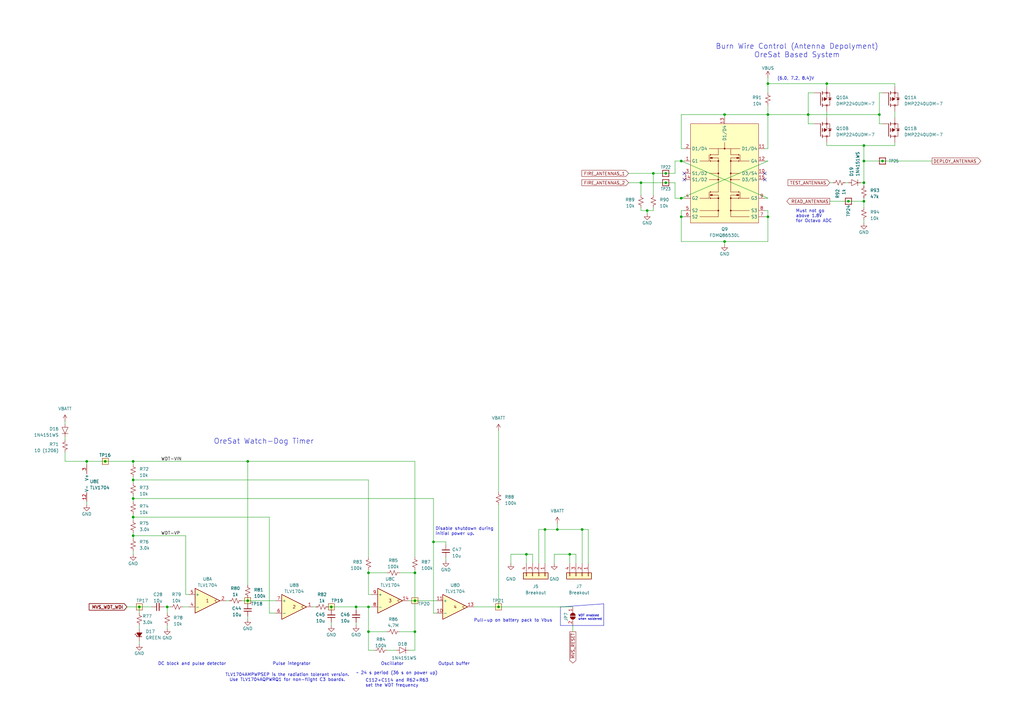
<source format=kicad_sch>
(kicad_sch (version 20231120) (generator "eeschema") (generator_version "8.0")
  (paper "A3")
  (junction (at 43.18 189.23))
  (junction (at 314.96 88.9))
  (junction (at 347.98 82.55))
  (junction (at 273.05 71.12))
  (junction (at 135.89 248.92))
  (junction (at 267.97 71.12))
  (junction (at 223.52 217.17))
  (junction (at 354.33 82.55))
  (junction (at 170.18 259.08))
  (junction (at 360.68 46.99))
  (junction (at 314.96 34.29))
  (junction (at 233.68 227.33))
  (junction (at 262.89 74.93))
  (junction (at 354.33 66.04))
  (junction (at 151.13 248.92))
  (junction (at 170.18 234.95))
  (junction (at 54.61 212.09))
  (junction (at 170.18 246.38))
  (junction (at 177.8 222.25))
  (junction (at 101.6 246.38))
  (junction (at 238.76 217.17))
  (junction (at 228.6 217.17))
  (junction (at 297.18 99.06))
  (junction (at 35.56 189.23))
  (junction (at 339.09 34.29))
  (junction (at 54.61 196.85))
  (junction (at 54.61 219.71))
  (junction (at 273.05 74.93))
  (junction (at 279.4 66.04))
  (junction (at 68.58 248.92))
  (junction (at 146.05 248.92))
  (junction (at 361.95 66.04))
  (junction (at 331.47 46.99))
  (junction (at 279.4 88.9))
  (junction (at 57.15 248.92))
  (junction (at 314.96 46.99))
  (junction (at 54.61 204.47))
  (junction (at 297.18 46.99))
  (junction (at 279.4 81.28))
  (junction (at 215.9 227.33))
  (junction (at 54.61 189.23))
  (junction (at 354.33 59.69))
  (junction (at 204.47 248.92))
  (junction (at 354.33 74.93))
  (junction (at 151.13 259.08))
  (junction (at 265.43 86.36))
  (junction (at 101.6 189.23))
  (junction (at 151.13 234.95))
  (no_connect (at 313.69 71.12))
  (no_connect (at 280.67 71.12))
  (no_connect (at 313.69 73.66))
  (no_connect (at 280.67 73.66))
  (wire (pts (xy 35.56 207.01) (xy 35.56 205.74)))
  (wire (pts (xy 54.61 219.71) (xy 54.61 220.98)))
  (wire (pts (xy 170.18 233.68) (xy 170.18 234.95)))
  (wire (pts (xy 267.97 71.12) (xy 273.05 71.12)))
  (wire (pts (xy 354.33 91.44) (xy 354.33 90.17)))
  (wire (pts (xy 163.83 259.08) (xy 170.18 259.08)))
  (wire (pts (xy 340.36 82.55) (xy 347.98 82.55)))
  (wire (pts (xy 177.8 222.25) (xy 177.8 251.46)))
  (wire (pts (xy 170.18 228.6) (xy 170.18 189.23)))
  (wire (pts (xy 279.4 81.28) (xy 314.96 66.04)))
  (wire (pts (xy 276.86 81.28) (xy 279.4 81.28)))
  (wire (pts (xy 339.09 34.29) (xy 339.09 35.56)))
  (wire (pts (xy 146.05 256.54) (xy 146.05 255.27)))
  (wire (pts (xy 151.13 233.68) (xy 151.13 234.95)))
  (wire (pts (xy 354.33 74.93) (xy 354.33 66.04)))
  (wire (pts (xy 152.4 243.84) (xy 151.13 243.84)))
  (wire (pts (xy 331.47 38.1) (xy 334.01 38.1)))
  (wire (pts (xy 110.49 212.09) (xy 110.49 251.46)))
  (wire (pts (xy 367.03 58.42) (xy 367.03 59.69)))
  (wire (pts (xy 101.6 246.38) (xy 113.03 246.38)))
  (wire (pts (xy 331.47 46.99) (xy 331.47 50.8)))
  (wire (pts (xy 151.13 266.7) (xy 153.67 266.7)))
  (wire (pts (xy 279.4 99.06) (xy 279.4 88.9)))
  (wire (pts (xy 74.93 248.92) (xy 77.47 248.92)))
  (wire (pts (xy 67.31 248.92) (xy 68.58 248.92)))
  (wire (pts (xy 215.9 227.33) (xy 218.44 227.33)))
  (wire (pts (xy 68.58 248.92) (xy 69.85 248.92)))
  (wire (pts (xy 354.33 81.28) (xy 354.33 82.55)))
  (wire (pts (xy 314.96 86.36) (xy 314.96 88.9)))
  (wire (pts (xy 101.6 254) (xy 101.6 252.73)))
  (wire (pts (xy 367.03 34.29) (xy 367.03 35.56)))
  (wire (pts (xy 297.18 99.06) (xy 279.4 99.06)))
  (polyline (pts (xy 229.87 256.54) (xy 229.87 248.92)))
  (wire (pts (xy 170.18 259.08) (xy 170.18 246.38)))
  (wire (pts (xy 241.3 217.17) (xy 238.76 217.17)))
  (wire (pts (xy 262.89 74.93) (xy 273.05 74.93)))
  (wire (pts (xy 236.22 227.33) (xy 236.22 231.14)))
  (wire (pts (xy 228.6 217.17) (xy 228.6 214.63)))
  (wire (pts (xy 54.61 196.85) (xy 151.13 196.85)))
  (wire (pts (xy 170.18 266.7) (xy 170.18 259.08)))
  (wire (pts (xy 110.49 251.46) (xy 113.03 251.46)))
  (wire (pts (xy 54.61 195.58) (xy 54.61 196.85)))
  (wire (pts (xy 382.27 66.04) (xy 361.95 66.04)))
  (wire (pts (xy 57.15 264.16) (xy 57.15 262.89)))
  (wire (pts (xy 54.61 204.47) (xy 54.61 205.74)))
  (wire (pts (xy 354.33 59.69) (xy 339.09 59.69)))
  (wire (pts (xy 151.13 234.95) (xy 158.75 234.95)))
  (wire (pts (xy 204.47 207.01) (xy 204.47 248.92)))
  (wire (pts (xy 360.68 46.99) (xy 360.68 50.8)))
  (wire (pts (xy 267.97 71.12) (xy 267.97 80.01)))
  (wire (pts (xy 151.13 259.08) (xy 151.13 248.92)))
  (wire (pts (xy 262.89 85.09) (xy 262.89 86.36)))
  (wire (pts (xy 273.05 71.12) (xy 276.86 71.12)))
  (wire (pts (xy 177.8 204.47) (xy 177.8 222.25)))
  (wire (pts (xy 177.8 251.46) (xy 179.07 251.46)))
  (wire (pts (xy 265.43 86.36) (xy 267.97 86.36)))
  (wire (pts (xy 43.18 189.23) (xy 54.61 189.23)))
  (wire (pts (xy 26.67 189.23) (xy 35.56 189.23)))
  (wire (pts (xy 262.89 74.93) (xy 262.89 80.01)))
  (wire (pts (xy 279.4 88.9) (xy 280.67 88.9)))
  (wire (pts (xy 220.98 217.17) (xy 223.52 217.17)))
  (wire (pts (xy 54.61 196.85) (xy 54.61 198.12)))
  (wire (pts (xy 314.96 66.04) (xy 313.69 66.04)))
  (wire (pts (xy 339.09 34.29) (xy 367.03 34.29)))
  (wire (pts (xy 182.88 223.52) (xy 182.88 222.25)))
  (polyline (pts (xy 229.87 248.92) (xy 247.65 247.65)))
  (wire (pts (xy 279.4 46.99) (xy 297.18 46.99)))
  (wire (pts (xy 209.55 227.33) (xy 209.55 231.14)))
  (wire (pts (xy 146.05 248.92) (xy 151.13 248.92)))
  (wire (pts (xy 241.3 231.14) (xy 241.3 217.17)))
  (wire (pts (xy 218.44 227.33) (xy 218.44 231.14)))
  (wire (pts (xy 54.61 226.06) (xy 54.61 227.33)))
  (wire (pts (xy 279.4 86.36) (xy 279.4 88.9)))
  (wire (pts (xy 101.6 189.23) (xy 170.18 189.23)))
  (wire (pts (xy 151.13 228.6) (xy 151.13 196.85)))
  (wire (pts (xy 151.13 243.84) (xy 151.13 234.95)))
  (wire (pts (xy 54.61 212.09) (xy 110.49 212.09)))
  (wire (pts (xy 331.47 46.99) (xy 360.68 46.99)))
  (wire (pts (xy 233.68 227.33) (xy 236.22 227.33)))
  (wire (pts (xy 354.33 74.93) (xy 354.33 76.2)))
  (wire (pts (xy 163.83 234.95) (xy 170.18 234.95)))
  (wire (pts (xy 314.96 34.29) (xy 314.96 38.1)))
  (wire (pts (xy 361.95 66.04) (xy 354.33 66.04)))
  (wire (pts (xy 267.97 86.36) (xy 267.97 85.09)))
  (wire (pts (xy 26.67 172.72) (xy 26.67 173.99)))
  (wire (pts (xy 279.4 60.96) (xy 279.4 46.99)))
  (wire (pts (xy 35.56 190.5) (xy 35.56 189.23)))
  (wire (pts (xy 331.47 46.99) (xy 331.47 38.1)))
  (wire (pts (xy 297.18 48.26) (xy 297.18 46.99)))
  (wire (pts (xy 276.86 71.12) (xy 276.86 66.04)))
  (wire (pts (xy 314.96 81.28) (xy 313.69 81.28)))
  (wire (pts (xy 101.6 246.38) (xy 101.6 247.65)))
  (wire (pts (xy 170.18 246.38) (xy 179.07 246.38)))
  (wire (pts (xy 314.96 88.9) (xy 314.96 99.06)))
  (wire (pts (xy 76.2 243.84) (xy 77.47 243.84)))
  (wire (pts (xy 99.06 246.38) (xy 101.6 246.38)))
  (wire (pts (xy 360.68 38.1) (xy 361.95 38.1)))
  (wire (pts (xy 223.52 217.17) (xy 223.52 231.14)))
  (wire (pts (xy 170.18 234.95) (xy 170.18 246.38)))
  (wire (pts (xy 314.96 46.99) (xy 331.47 46.99)))
  (wire (pts (xy 76.2 219.71) (xy 76.2 243.84)))
  (wire (pts (xy 233.68 231.14) (xy 233.68 227.33)))
  (wire (pts (xy 331.47 50.8) (xy 334.01 50.8)))
  (wire (pts (xy 354.33 66.04) (xy 354.33 59.69)))
  (wire (pts (xy 52.07 248.92) (xy 57.15 248.92)))
  (wire (pts (xy 262.89 86.36) (xy 265.43 86.36)))
  (wire (pts (xy 204.47 248.92) (xy 234.95 248.92)))
  (wire (pts (xy 313.69 86.36) (xy 314.96 86.36)))
  (wire (pts (xy 68.58 248.92) (xy 68.58 251.46)))
  (wire (pts (xy 339.09 45.72) (xy 339.09 48.26)))
  (wire (pts (xy 279.4 66.04) (xy 314.96 81.28)))
  (wire (pts (xy 158.75 259.08) (xy 151.13 259.08)))
  (wire (pts (xy 35.56 189.23) (xy 43.18 189.23)))
  (wire (pts (xy 257.81 74.93) (xy 262.89 74.93)))
  (wire (pts (xy 92.71 246.38) (xy 93.98 246.38)))
  (wire (pts (xy 276.86 66.04) (xy 279.4 66.04)))
  (wire (pts (xy 314.96 34.29) (xy 339.09 34.29)))
  (wire (pts (xy 346.71 74.93) (xy 347.98 74.93)))
  (wire (pts (xy 57.15 256.54) (xy 57.15 257.81)))
  (wire (pts (xy 273.05 74.93) (xy 276.86 74.93)))
  (wire (pts (xy 353.06 74.93) (xy 354.33 74.93)))
  (wire (pts (xy 54.61 210.82) (xy 54.61 212.09)))
  (wire (pts (xy 339.09 59.69) (xy 339.09 58.42)))
  (wire (pts (xy 360.68 50.8) (xy 361.95 50.8)))
  (wire (pts (xy 314.96 46.99) (xy 314.96 60.96)))
  (wire (pts (xy 347.98 82.55) (xy 354.33 82.55)))
  (wire (pts (xy 158.75 266.7) (xy 162.56 266.7)))
  (wire (pts (xy 215.9 227.33) (xy 209.55 227.33)))
  (wire (pts (xy 220.98 231.14) (xy 220.98 217.17)))
  (wire (pts (xy 204.47 176.53) (xy 204.47 201.93)))
  (wire (pts (xy 233.68 227.33) (xy 227.33 227.33)))
  (wire (pts (xy 54.61 219.71) (xy 76.2 219.71)))
  (polyline (pts (xy 247.65 256.54) (xy 229.87 256.54)))
  (wire (pts (xy 177.8 222.25) (xy 182.88 222.25)))
  (wire (pts (xy 360.68 46.99) (xy 360.68 38.1)))
  (wire (pts (xy 54.61 190.5) (xy 54.61 189.23)))
  (wire (pts (xy 57.15 251.46) (xy 57.15 248.92)))
  (wire (pts (xy 257.81 71.12) (xy 267.97 71.12)))
  (wire (pts (xy 354.33 82.55) (xy 354.33 85.09)))
  (wire (pts (xy 234.95 256.54) (xy 234.95 259.08)))
  (polyline (pts (xy 247.65 247.65) (xy 247.65 256.54)))
  (wire (pts (xy 151.13 248.92) (xy 152.4 248.92)))
  (wire (pts (xy 135.89 248.92) (xy 146.05 248.92)))
  (wire (pts (xy 135.89 256.54) (xy 135.89 255.27)))
  (wire (pts (xy 26.67 179.07) (xy 26.67 180.34)))
  (wire (pts (xy 297.18 100.33) (xy 297.18 99.06)))
  (wire (pts (xy 280.67 86.36) (xy 279.4 86.36)))
  (wire (pts (xy 265.43 87.63) (xy 265.43 86.36)))
  (wire (pts (xy 215.9 231.14) (xy 215.9 227.33)))
  (wire (pts (xy 57.15 248.92) (xy 62.23 248.92)))
  (wire (pts (xy 54.61 212.09) (xy 54.61 213.36)))
  (wire (pts (xy 151.13 266.7) (xy 151.13 259.08)))
  (wire (pts (xy 314.96 31.75) (xy 314.96 34.29)))
  (wire (pts (xy 276.86 74.93) (xy 276.86 81.28)))
  (wire (pts (xy 54.61 218.44) (xy 54.61 219.71)))
  (wire (pts (xy 314.96 88.9) (xy 313.69 88.9)))
  (wire (pts (xy 101.6 189.23) (xy 54.61 189.23)))
  (wire (pts (xy 297.18 46.99) (xy 314.96 46.99)))
  (wire (pts (xy 101.6 246.38) (xy 101.6 245.11)))
  (wire (pts (xy 26.67 185.42) (xy 26.67 189.23)))
  (wire (pts (xy 280.67 60.96) (xy 279.4 60.96)))
  (wire (pts (xy 227.33 227.33) (xy 227.33 231.14)))
  (wire (pts (xy 54.61 204.47) (xy 177.8 204.47)))
  (wire (pts (xy 167.64 246.38) (xy 170.18 246.38)))
  (wire (pts (xy 367.03 45.72) (xy 367.03 48.26)))
  (wire (pts (xy 146.05 250.19) (xy 146.05 248.92)))
  (wire (pts (xy 238.76 217.17) (xy 228.6 217.17)))
  (wire (pts (xy 314.96 99.06) (xy 297.18 99.06)))
  (wire (pts (xy 314.96 43.18) (xy 314.96 46.99)))
  (wire (pts (xy 279.4 81.28) (xy 280.67 81.28)))
  (wire (pts (xy 340.36 74.93) (xy 341.63 74.93)))
  (wire (pts (xy 367.03 59.69) (xy 354.33 59.69)))
  (wire (pts (xy 182.88 229.87) (xy 182.88 228.6)))
  (wire (pts (xy 238.76 231.14) (xy 238.76 217.17)))
  (wire (pts (xy 314.96 60.96) (xy 313.69 60.96)))
  (wire (pts (xy 54.61 203.2) (xy 54.61 204.47)))
  (wire (pts (xy 167.64 266.7) (xy 170.18 266.7)))
  (wire (pts (xy 135.89 248.92) (xy 135.89 250.19)))
  (wire (pts (xy 101.6 189.23) (xy 101.6 240.03)))
  (wire (pts (xy 279.4 66.04) (xy 280.67 66.04)))
  (wire (pts (xy 68.58 256.54) (xy 68.58 257.81)))
  (wire (pts (xy 128.27 248.92) (xy 129.54 248.92)))
  (wire (pts (xy 194.31 248.92) (xy 204.47 248.92)))
  (wire (pts (xy 223.52 217.17) (xy 228.6 217.17)))
  (wire (pts (xy 134.62 248.92) (xy 135.89 248.92)))
  (text "OreSat Watch-Dog Timer" (at 87.63 182.372 0) (effects (font (size 2.159 2.159)) (justify left bottom)))
  (text "Oscillator" (at 156.21 273.05 0) (effects (font (size 1.27 1.27)) (justify left bottom)))
  (text "Disable shutdown during\ninitial power up." (at 178.562 219.71 0) (effects (font (size 1.27 1.27)) (justify left bottom)))
  (text "DC block and pulse detector" (at 64.77 273.05 0) (effects (font (size 1.27 1.27)) (justify left bottom)))
  (text "Pull-up on battery pack to Vbus" (at 194.31 255.27 0) (effects (font (size 1.27 1.27)) (justify left bottom)))
  (text "TLV1704AMPWPSEP is the radiation tolerant version.\nUse TLV1704AQPWRQ1 for non-flight C3 boards." (at 117.856 277.876 0) (effects (font (size 1.27 1.27))))
  (text "Burn Wire Control (Antenna Depolyment)\nOreSat Based System" (at 326.898 23.876 0) (effects (font (size 2.159 2.159)) (justify bottom)))
  (text "Must not go \nabove 1.8V \nfor Octavo ADC" (at 326.39 91.44 0) (effects (font (size 1.27 1.27)) (justify left bottom)))
  (text "WDT enabled\nwhen soldered" (at 237.109 254.508 0) (effects (font (size 0.889 0.889)) (justify left bottom)))
  (text "~ 24 s period (36 s on power up)" (at 146.05 276.86 0) (effects (font (size 1.27 1.27)) (justify left bottom)))
  (text "(6.0, 7.2, 8.4)V" (at 318.77 33.02 0) (effects (font (size 1.27 1.27)) (justify left bottom)))
  (text "C112+C114 and R62+R63 \nset the WDT frequency" (at 149.86 281.94 0) (effects (font (size 1.27 1.27)) (justify left bottom)))
  (text "Pulse integrator" (at 111.76 273.05 0) (effects (font (size 1.27 1.27)) (justify left bottom)))
  (text "Output buffer" (at 179.705 273.05 0) (effects (font (size 1.27 1.27)) (justify left bottom)))
  (label "WDT-VIN" (at 66.04 189.23 0))
  (label "WDT-VP" (at 66.04 219.71 0))
  (global_label "FIRE_ANTENNAS_1" (shape input) (at 257.81 71.12 180) (property "Intersheetrefs" "${INTERSHEET_REFS}" (effects (hide yes))))
  (global_label "DEPLOY_ANTENNAS" (shape output) (at 382.27 66.04 0) (property "Intersheetrefs" "${INTERSHEET_REFS}" (effects (hide yes))))
  (global_label "FIRE_ANTENNAS_2" (shape input) (at 257.81 74.93 180) (property "Intersheetrefs" "${INTERSHEET_REFS}" (effects (hide yes))))
  (global_label "READ_ANTENNAS" (shape output) (at 340.36 82.55 180) (property "Intersheetrefs" "${INTERSHEET_REFS}" (effects (hide yes))))
  (global_label "MVS_WDT_WDI" (shape input) (at 52.07 248.92 180) (effects (font (thickness 0.254) (bold yes))) (property "Intersheetrefs" "${INTERSHEET_REFS}" (effects (hide yes))))
  (global_label "~{MVS_RESET}" (shape output) (at 234.95 259.08 270) (property "Intersheetrefs" "${INTERSHEET_REFS}" (effects (hide yes))))
  (global_label "TEST_ANTENNAS" (shape input) (at 340.36 74.93 180) (property "Intersheetrefs" "${INTERSHEET_REFS}" (effects (hide yes))))
  (symbol (lib_id "oresat-misc:Test-Point-0.75mm-th") (at 43.18 189.23 0) (unit 1) (exclude_from_sim yes) (in_bom no)
    (property "Reference" "TP16" (at 40.64 186.69 0) (effects (justify left)))
    (property "Value" "TestPoint-MinTH" (effects (hide yes)))
    (property "Footprint" "oresat-misc:TestPoint-0.75mm-th" (effects (hide yes)))
    (property "Description" "0.75 mm TH test point; good for scope probes and jumpers" (effects (hide yes)))
  )
  (symbol (lib_id "oresat-diodes:1N4151WS-HE3") (at 26.67 176.53 90) (mirror x) (unit 1)
    (property "Reference" "D16" (at 24.13 175.895 90) (effects (justify left)))
    (property "Value" "1N4151WS" (at 24.13 178.435 90) (effects (justify left)))
    (property "Footprint" "Diode_SMD:D_SOD-323" (effects (hide yes)))
    (property "Datasheet" "https://www.vishay.com/docs/85847/1n4151ws.pdf" (effects (hide yes)))
    (property "Description" "Diode Standard 50V 150mA Surface Mount SOD-323" (effects (hide yes)))
    (property "DPN" "112-1N4151WS-E3-08CT-ND" (effects (hide yes)))
    (property "DST" "Digi-Key" (effects (hide yes)))
    (property "MFR" "Vishay" (effects (hide yes)))
    (property "MPN" "1N4151WS-E3-08" (effects (hide yes)))
  )
  (symbol (lib_id "Device:R_Small_US") (at 151.13 231.14 0) (mirror x) (unit 1)
    (property "Reference" "R83" (at 148.59 230.505 0) (effects (justify right)))
    (property "Value" "100k" (at 148.59 233.045 0) (effects (justify right)))
    (property "Footprint" "Resistor_SMD:R_0603_1608Metric" (effects (hide yes)))
    (property "Description" "100 kOhms ±5% 0.1W, 1/10W Chip Resistor 0603 (1608 Metric) Automotive AEC-Q200 Thick Film" (effects (hide yes)))
    (property "DPN" "RMCF0603FT100KCT-ND" (effects (hide yes)))
    (property "DST" "Digi-Key" (effects (hide yes)))
    (property "MFR" "Stackpole Electronics Inc" (effects (hide yes)))
    (property "MPN" "RMCF0603FT100K" (effects (hide yes)))
  )
  (symbol (lib_id "oresat-misc:Test-Point-0.75mm-th") (at 170.18 246.38 0) (unit 1) (exclude_from_sim yes) (in_bom no)
    (property "Reference" "TP20" (at 171.45 247.65 0) (effects (justify left)))
    (property "Value" "TestPoint-MinTH" (effects (hide yes)))
    (property "Footprint" "oresat-misc:TestPoint-0.75mm-th" (effects (hide yes)))
    (property "Description" "0.75 mm TH test point; good for scope probes and jumpers" (effects (hide yes)))
  )
  (symbol (lib_name "GND_1") (lib_id "power:GND") (at 227.33 231.14 0) (unit 1)
    (property "Reference" "#PWR0103" (effects (hide yes)))
    (property "Value" "GND" (at 227.33 237.49 0))
    (property "Description" "Power symbol creates a global label with name \"GND\" , ground" (effects (hide yes)))
  )
  (symbol (lib_id "oresat-misc:Test-Point-1mm-round") (at 361.95 66.04 270) (unit 1) (exclude_from_sim yes) (in_bom no)
    (property "Reference" "TP25" (at 364.49 66.04 90) (effects (font (size 1.27 1.0795)) (justify left)))
    (property "Value" "Test-Point" (effects (hide yes)))
    (property "Footprint" "oresat-misc:TestPoint_Pad_D1.0mm" (effects (hide yes)))
    (property "Description" "1mm round SMT test point" (effects (hide yes)))
  )
  (symbol (lib_id "oresat-misc:Test-Point-1mm-round") (at 273.05 71.12 180) (unit 1) (exclude_from_sim yes) (in_bom no)
    (property "Reference" "TP22" (at 273.05 68.58 0) (effects (font (size 1.27 1.0795))))
    (property "Value" "Test-Point" (effects (hide yes)))
    (property "Footprint" "oresat-misc:TestPoint_Pad_D1.0mm" (effects (hide yes)))
    (property "Description" "1mm round SMT test point" (effects (hide yes)))
  )
  (symbol (lib_id "oresat-ics:TLV1704AIPWR") (at 38.1 198.12 0) (unit 5)
    (property "Reference" "U8" (at 36.83 197.485 0) (effects (justify left)))
    (property "Value" "TLV1704" (at 36.83 200.025 0) (effects (justify left)))
    (property "Footprint" "Package_SO:TSSOP-14_4.4x5mm_P0.65mm" (effects (hide yes)))
    (property "Datasheet" "https://www.ti.com/lit/ds/symlink/tlv1704-sep.pdf" (effects (hide yes)))
    (property "Description" "Analog Comparators 2.2-V to 36-V, radiation tolerant microPower quad comparator in space enhanced plastic 14-TSSOP -55 to 125" (effects (hide yes)))
    (property "MFR" "Texas Instruments" (effects (hide yes)))
    (property "MPN" "TLV1704AQPWRQ1" (effects (hide yes)))
    (property "DST" "Digi-Key" (effects (hide yes)))
    (property "DPN" "296-43799-2-ND" (effects (hide yes)))
  )
  (symbol (lib_id "oresat-transistors:DMP2240UDM-7") (at 364.49 53.34 0) (unit 2)
    (property "Reference" "Q11" (at 370.84 52.705 0) (effects (justify left)))
    (property "Value" "DMP2240UDM-7" (at 370.84 55.245 0) (effects (justify left)))
    (property "Footprint" "Package_TO_SOT_SMD:SOT-23-6" (effects (hide yes)))
    (property "Datasheet" "https://www.diodes.com/assets/Datasheets/ds31197.pdf" (effects (hide yes)))
    (property "Description" "Mosfet Array 2 P-Channel (Dual) 20V 2A 600mW Surface Mount SOT-26" (effects (hide yes)))
    (property "DPN" "DMP2240UDMDICT-ND" (effects (hide yes)))
    (property "DST" "Digi-Key" (effects (hide yes)))
    (property "MFR" "Diodes Inc" (effects (hide yes)))
    (property "MPN" "DMP2240UDM-7" (effects (hide yes)))
  )
  (symbol (lib_id "power:GND") (at 146.05 256.54 0) (mirror y) (unit 1)
    (property "Reference" "#PWR0102" (effects (hide yes)))
    (property "Value" "GND" (at 146.05 260.35 0))
    (property "Description" "Power symbol creates a global label with name \"GND\" , ground" (effects (hide yes)))
  )
  (symbol (lib_id "power:GND") (at 135.89 256.54 0) (mirror y) (unit 1)
    (property "Reference" "#PWR0101" (effects (hide yes)))
    (property "Value" "GND" (at 135.89 260.35 0))
    (property "Description" "Power symbol creates a global label with name \"GND\" , ground" (effects (hide yes)))
  )
  (symbol (lib_id "power:GND") (at 297.18 100.33 0) (unit 1)
    (property "Reference" "#PWR0107" (effects (hide yes)))
    (property "Value" "GND" (at 297.18 104.14 0))
    (property "Description" "Power symbol creates a global label with name \"GND\" , ground" (effects (hide yes)))
  )
  (symbol (lib_id "power:VBUS") (at 314.96 31.75 0) (unit 1)
    (property "Reference" "#PWR0108" (effects (hide yes)))
    (property "Value" "VBUS" (at 314.96 27.94 0))
    (property "Description" "Power symbol creates a global label with name \"VBUS\"" (effects (hide yes)))
  )
  (symbol (lib_id "Device:R_Small_US") (at 96.52 246.38 90) (unit 1)
    (property "Reference" "R80" (at 96.52 241.3 90))
    (property "Value" "1k" (at 96.52 243.84 90))
    (property "Footprint" "Resistor_SMD:R_0603_1608Metric" (effects (hide yes)))
    (property "Description" "1 kOhms ±1% 0.1W, 1/10W Chip Resistor 0603 (1608 Metric) Automotive AEC-Q200 Thick Film" (effects (hide yes)))
    (property "DPN" "RMCF0603FT1K00CT-ND" (effects (hide yes)))
    (property "DST" "Digi-Key" (effects (hide yes)))
    (property "MFR" "Stackpole Electronics Inc" (effects (hide yes)))
    (property "MPN" "RMCF0603FT1K00" (effects (hide yes)))
  )
  (symbol (lib_id "oresat-misc:Test-Point-0.75mm-th") (at 101.6 246.38 0) (unit 1) (exclude_from_sim yes) (in_bom no)
    (property "Reference" "TP18" (at 102.87 247.65 0) (effects (justify left)))
    (property "Value" "TestPoint-MinTH" (effects (hide yes)))
    (property "Footprint" "oresat-misc:TestPoint-0.75mm-th" (effects (hide yes)))
    (property "Description" "0.75 mm TH test point; good for scope probes and jumpers" (effects (hide yes)))
  )
  (symbol (lib_id "Device:R_Small_US") (at 54.61 200.66 0) (unit 1)
    (property "Reference" "R73" (at 57.15 200.025 0) (effects (justify left)))
    (property "Value" "10k" (at 57.15 202.565 0) (effects (justify left)))
    (property "Footprint" "Resistor_SMD:R_0603_1608Metric" (effects (hide yes)))
    (property "Description" "10 kOhms ±1% 0.1W, 1/10W Chip Resistor 0603 (1608 Metric) Automotive AEC-Q200 Thick Film" (effects (hide yes)))
    (property "DPN" "RMCF0603FT10K0CT-ND" (effects (hide yes)))
    (property "DST" "Digi-Key" (effects (hide yes)))
    (property "MFR" "Stackpole Electronics Inc" (effects (hide yes)))
    (property "MPN" "RMCF0603FT10K0" (effects (hide yes)))
  )
  (symbol (lib_name "TLV1704AIPWR_3") (lib_id "oresat-ics:TLV1704AIPWR") (at 186.69 248.92 0) (unit 4)
    (property "Reference" "U8" (at 186.69 240.03 0))
    (property "Value" "TLV1704" (at 186.69 242.57 0))
    (property "Footprint" "Package_SO:TSSOP-14_4.4x5mm_P0.65mm" (effects (hide yes)))
    (property "Datasheet" "https://www.ti.com/lit/ds/symlink/tlv1704-sep.pdf" (effects (hide yes)))
    (property "Description" "Analog Comparators 2.2-V to 36-V, radiation tolerant microPower quad comparator in space enhanced plastic 14-TSSOP -55 to 125" (effects (hide yes)))
    (property "MFR" "Texas Instruments" (effects (hide yes)))
    (property "MPN" "TLV1704AQPWRQ1" (effects (hide yes)))
    (property "DST" "Digi-Key" (effects (hide yes)))
    (property "DPN" "296-43799-2-ND" (effects (hide yes)))
  )
  (symbol (lib_id "Device:R_Small_US") (at 354.33 78.74 0) (mirror y) (unit 1)
    (property "Reference" "R93" (at 356.87 78.105 0) (effects (justify right)))
    (property "Value" "47k" (at 356.87 80.645 0) (effects (justify right)))
    (property "Footprint" "Resistor_SMD:R_0603_1608Metric" (effects (hide yes)))
    (property "Description" "47 kOhms ±1% 0.1W, 1/10W Chip Resistor 0603 (1608 Metric) Automotive AEC-Q200 Thick Film" (effects (hide yes)))
    (property "DPN" "RMCF0603FT47K0CT-ND" (effects (hide yes)))
    (property "DST" "Digi-Key" (effects (hide yes)))
    (property "MFR" "Stackpole Electronics Inc" (effects (hide yes)))
    (property "MPN" "RMCF0603FT47K0" (effects (hide yes)))
  )
  (symbol (lib_id "power:GND") (at 265.43 87.63 0) (unit 1)
    (property "Reference" "#PWR094" (effects (hide yes)))
    (property "Value" "GND" (at 265.43 91.44 0))
    (property "Description" "Power symbol creates a global label with name \"GND\" , ground" (effects (hide yes)))
  )
  (symbol (lib_id "Device:R_Small_US") (at 161.29 234.95 90) (unit 1)
    (property "Reference" "R85" (at 161.29 229.87 90))
    (property "Value" "100k" (at 161.29 232.41 90))
    (property "Footprint" "Resistor_SMD:R_0603_1608Metric" (effects (hide yes)))
    (property "Description" "100 kOhms ±5% 0.1W, 1/10W Chip Resistor 0603 (1608 Metric) Automotive AEC-Q200 Thick Film" (effects (hide yes)))
    (property "DPN" "RMCF0603FT100KCT-ND" (effects (hide yes)))
    (property "DST" "Digi-Key" (effects (hide yes)))
    (property "MFR" "Stackpole Electronics Inc" (effects (hide yes)))
    (property "MPN" "RMCF0603FT100K" (effects (hide yes)))
  )
  (symbol (lib_id "Device:C_Small") (at 101.6 250.19 0) (mirror x) (unit 1)
    (property "Reference" "C44" (at 99.06 249.5486 0) (effects (justify right)))
    (property "Value" "10u" (at 99.06 252.0886 0) (effects (justify right)))
    (property "Footprint" "Capacitor_SMD:C_0603_1608Metric" (effects (hide yes)))
    (property "Description" "10 µF ±10% 16V Ceramic Capacitor X5R 0603 (1608 Metric)" (effects (hide yes)))
    (property "DPN" "490-12317-1-ND" (effects (hide yes)))
    (property "DST" "Digi-Key" (effects (hide yes)))
    (property "MFR" "Murata" (effects (hide yes)))
    (property "MPN" "GRT188R61C106KE13D" (effects (hide yes)))
  )
  (symbol (lib_id "power:GND") (at 182.88 229.87 0) (mirror y) (unit 1)
    (property "Reference" "#PWR0105" (effects (hide yes)))
    (property "Value" "GND" (at 182.88 233.68 0))
    (property "Description" "Power symbol creates a global label with name \"GND\" , ground" (effects (hide yes)))
  )
  (symbol (lib_id "Device:R_Small_US") (at 344.17 74.93 90) (unit 1)
    (property "Reference" "R92" (at 343.535 77.47 0) (effects (justify right)))
    (property "Value" "1k" (at 346.075 77.47 0) (effects (justify right)))
    (property "Footprint" "Resistor_SMD:R_0603_1608Metric" (effects (hide yes)))
    (property "Description" "1 kOhms ±1% 0.1W, 1/10W Chip Resistor 0603 (1608 Metric) Automotive AEC-Q200 Thick Film" (effects (hide yes)))
    (property "DPN" "RMCF0603FT1K00CT-ND" (effects (hide yes)))
    (property "DST" "Digi-Key" (effects (hide yes)))
    (property "MFR" "Stackpole Electronics Inc" (effects (hide yes)))
    (property "MPN" "RMCF0603FT1K00" (effects (hide yes)))
  )
  (symbol (lib_id "Device:R_Small_US") (at 156.21 266.7 270) (unit 1)
    (property "Reference" "R84" (at 156.21 262.255 90))
    (property "Value" "100k" (at 156.21 264.795 90))
    (property "Footprint" "Resistor_SMD:R_0603_1608Metric" (effects (hide yes)))
    (property "Description" "100 kOhms ±5% 0.1W, 1/10W Chip Resistor 0603 (1608 Metric) Automotive AEC-Q200 Thick Film" (effects (hide yes)))
    (property "DPN" "RMCF0603FT100KCT-ND" (effects (hide yes)))
    (property "DST" "Digi-Key" (effects (hide yes)))
    (property "MFR" "Stackpole Electronics Inc" (effects (hide yes)))
    (property "MPN" "RMCF0603FT100K" (effects (hide yes)))
  )
  (symbol (lib_id "Device:C_Small") (at 146.05 252.73 0) (mirror x) (unit 1)
    (property "Reference" "C46" (at 143.51 252.0886 0) (effects (justify right)))
    (property "Value" "10u" (at 143.51 254.6286 0) (effects (justify right)))
    (property "Footprint" "Capacitor_SMD:C_0603_1608Metric" (effects (hide yes)))
    (property "Description" "10 µF ±10% 16V Ceramic Capacitor X5R 0603 (1608 Metric)" (effects (hide yes)))
    (property "DPN" "490-12317-1-ND" (effects (hide yes)))
    (property "DST" "Digi-Key" (effects (hide yes)))
    (property "MFR" "Murata" (effects (hide yes)))
    (property "MPN" "GRT188R61C106KE13D" (effects (hide yes)))
  )
  (symbol (lib_id "Device:R_Small_US") (at 132.08 248.92 90) (unit 1)
    (property "Reference" "R82" (at 132.08 243.84 90))
    (property "Value" "1k" (at 132.08 246.38 90))
    (property "Footprint" "Resistor_SMD:R_0603_1608Metric" (effects (hide yes)))
    (property "Description" "1 kOhms ±1% 0.1W, 1/10W Chip Resistor 0603 (1608 Metric) Automotive AEC-Q200 Thick Film" (effects (hide yes)))
    (property "DPN" "RMCF0603FT1K00CT-ND" (effects (hide yes)))
    (property "DST" "Digi-Key" (effects (hide yes)))
    (property "MFR" "Stackpole Electronics Inc" (effects (hide yes)))
    (property "MPN" "RMCF0603FT1K00" (effects (hide yes)))
  )
  (symbol (lib_id "Device:C_Small") (at 135.89 252.73 0) (mirror x) (unit 1)
    (property "Reference" "C45" (at 133.35 252.0886 0) (effects (justify right)))
    (property "Value" "10u" (at 133.35 254.6286 0) (effects (justify right)))
    (property "Footprint" "Capacitor_SMD:C_0603_1608Metric" (effects (hide yes)))
    (property "Description" "10 µF ±10% 16V Ceramic Capacitor X5R 0603 (1608 Metric)" (effects (hide yes)))
    (property "DPN" "490-12317-1-ND" (effects (hide yes)))
    (property "DST" "Digi-Key" (effects (hide yes)))
    (property "MFR" "Murata" (effects (hide yes)))
    (property "MPN" "GRT188R61C106KE13D" (effects (hide yes)))
  )
  (symbol (lib_id "Device:R_Small_US") (at 68.58 254 0) (unit 1)
    (property "Reference" "R78" (at 71.12 253.365 0) (effects (justify left)))
    (property "Value" "10k" (at 71.12 255.905 0) (effects (justify left)))
    (property "Footprint" "Resistor_SMD:R_0603_1608Metric" (effects (hide yes)))
    (property "Description" "10 kOhms ±1% 0.1W, 1/10W Chip Resistor 0603 (1608 Metric) Automotive AEC-Q200 Thick Film" (effects (hide yes)))
    (property "DPN" "RMCF0603FT10K0CT-ND" (effects (hide yes)))
    (property "DST" "Digi-Key" (effects (hide yes)))
    (property "MFR" "Stackpole Electronics Inc" (effects (hide yes)))
    (property "MPN" "RMCF0603FT10K0" (effects (hide yes)))
  )
  (symbol (lib_id "Device:R_Small_US") (at 72.39 248.92 90) (unit 1)
    (property "Reference" "R79" (at 72.39 243.84 90))
    (property "Value" "10k" (at 72.39 246.38 90))
    (property "Footprint" "Resistor_SMD:R_0603_1608Metric" (effects (hide yes)))
    (property "Description" "10 kOhms ±1% 0.1W, 1/10W Chip Resistor 0603 (1608 Metric) Automotive AEC-Q200 Thick Film" (effects (hide yes)))
    (property "DPN" "RMCF0603FT10K0CT-ND" (effects (hide yes)))
    (property "DST" "Digi-Key" (effects (hide yes)))
    (property "MFR" "Stackpole Electronics Inc" (effects (hide yes)))
    (property "MPN" "RMCF0603FT10K0" (effects (hide yes)))
  )
  (symbol (lib_id "power:GND") (at 354.33 91.44 0) (unit 1)
    (property "Reference" "#PWR0109" (effects (hide yes)))
    (property "Value" "GND" (at 354.33 95.25 0))
    (property "Description" "Power symbol creates a global label with name \"GND\" , ground" (effects (hide yes)))
  )
  (symbol (lib_id "power:VBUS") (at 26.67 172.72 0) (unit 1)
    (property "Reference" "#PWR093" (effects (hide yes)))
    (property "Value" "VBATT" (at 26.67 167.64 0))
    (property "Description" "Power symbol creates a global label with name \"VBUS\"" (effects (hide yes)))
  )
  (symbol (lib_id "Device:R_Small_US") (at 204.47 204.47 180) (unit 1)
    (property "Reference" "R88" (at 207.01 203.835 0) (effects (justify right)))
    (property "Value" "100k" (at 207.01 206.375 0) (effects (justify right)))
    (property "Footprint" "Resistor_SMD:R_0603_1608Metric" (effects (hide yes)))
    (property "Description" "100 kOhms ±5% 0.1W, 1/10W Chip Resistor 0603 (1608 Metric) Automotive AEC-Q200 Thick Film" (effects (hide yes)))
    (property "DPN" "RMCF0603FT100KCT-ND" (effects (hide yes)))
    (property "DST" "Digi-Key" (effects (hide yes)))
    (property "MFR" "Stackpole Electronics Inc" (effects (hide yes)))
    (property "MPN" "RMCF0603FT100K" (effects (hide yes)))
  )
  (symbol (lib_id "power:GND") (at 35.56 207.01 0) (mirror y) (unit 1)
    (property "Reference" "#PWR095" (effects (hide yes)))
    (property "Value" "GND" (at 35.56 210.82 0))
    (property "Description" "Power symbol creates a global label with name \"GND\" , ground" (effects (hide yes)))
  )
  (symbol (lib_id "Device:R_Small_US") (at 101.6 242.57 0) (unit 1)
    (property "Reference" "R81" (at 104.14 241.935 0) (effects (justify left)))
    (property "Value" "100k" (at 104.14 244.475 0) (effects (justify left)))
    (property "Footprint" "Resistor_SMD:R_0603_1608Metric" (effects (hide yes)))
    (property "Description" "100 kOhms ±5% 0.1W, 1/10W Chip Resistor 0603 (1608 Metric) Automotive AEC-Q200 Thick Film" (effects (hide yes)))
    (property "DPN" "RMCF0603FT100KCT-ND" (effects (hide yes)))
    (property "DST" "Digi-Key" (effects (hide yes)))
    (property "MFR" "Stackpole Electronics Inc" (effects (hide yes)))
    (property "MPN" "RMCF0603FT100K" (effects (hide yes)))
  )
  (symbol (lib_id "oresat-transistors:FDMQ86530L") (at 297.18 71.12 0) (unit 1)
    (property "Reference" "Q9" (at 297.18 93.98 0))
    (property "Value" "FDMQ86530L" (at 297.18 96.52 0))
    (property "Footprint" "oresat-transistors:FDMQ86530L" (effects (hide yes)))
    (property "Datasheet" "https://www.onsemi.com/pdf/datasheet/fdmq86530l-d.pdf" (effects (hide yes)))
    (property "Description" "Mosfet Array 4 N-Channel (H-Bridge) 60V 8A 1.9W Surface Mount 12-MLP (5x4.5)" (effects (hide yes)))
    (property "DPN" "FDMQ86530LCT-ND" (effects (hide yes)))
    (property "DST" "Digi-Key" (effects (hide yes)))
    (property "MFR" "ON Semiconductor" (effects (hide yes)))
    (property "MPN" "FDMQ86530L" (effects (hide yes)))
  )
  (symbol (lib_id "Device:R_Small_US") (at 54.61 223.52 0) (unit 1)
    (property "Reference" "R76" (at 57.15 222.25 0) (effects (justify left)))
    (property "Value" "3.0k" (at 57.15 224.79 0) (effects (justify left)))
    (property "Footprint" "Resistor_SMD:R_0603_1608Metric" (effects (hide yes)))
    (property "Description" "3 kOhms ±1% 0.1W, 1/10W Chip Resistor 0603 (1608 Metric) Automotive AEC-Q200 Thick Film" (effects (hide yes)))
    (property "DPN" "RMCF0603FT3K00CT-ND" (effects (hide yes)))
    (property "DST" "Digi-Key" (effects (hide yes)))
    (property "MFR" "Stackpole Electronics Inc" (effects (hide yes)))
    (property "MPN" "RMCF0603FT3K00" (effects (hide yes)))
  )
  (symbol (lib_id "power:GND") (at 57.15 264.16 0) (unit 1)
    (property "Reference" "#PWR097" (effects (hide yes)))
    (property "Value" "GND" (at 57.15 267.97 0))
    (property "Description" "Power symbol creates a global label with name \"GND\" , ground" (effects (hide yes)))
  )
  (symbol (lib_id "Device:C_Small") (at 182.88 226.06 180) (unit 1)
    (property "Reference" "C47" (at 185.42 225.4186 0) (effects (justify right)))
    (property "Value" "10u" (at 185.42 227.9586 0) (effects (justify right)))
    (property "Footprint" "Capacitor_SMD:C_0603_1608Metric" (effects (hide yes)))
    (property "Description" "10 µF ±10% 16V Ceramic Capacitor X5R 0603 (1608 Metric)" (effects (hide yes)))
    (property "DPN" "490-12317-1-ND" (effects (hide yes)))
    (property "DST" "Digi-Key" (effects (hide yes)))
    (property "MFR" "Murata" (effects (hide yes)))
    (property "MPN" "GRT188R61C106KE13D" (effects (hide yes)))
  )
  (symbol (lib_id "Device:R_Small_US") (at 267.97 82.55 0) (mirror y) (unit 1)
    (property "Reference" "R90" (at 270.51 81.915 0) (effects (justify right)))
    (property "Value" "10k" (at 270.51 84.455 0) (effects (justify right)))
    (property "Footprint" "Resistor_SMD:R_0603_1608Metric" (effects (hide yes)))
    (property "Description" "10 kOhms ±1% 0.1W, 1/10W Chip Resistor 0603 (1608 Metric) Automotive AEC-Q200 Thick Film" (effects (hide yes)))
    (property "DPN" "RMCF0603FT10K0CT-ND" (effects (hide yes)))
    (property "DST" "Digi-Key" (effects (hide yes)))
    (property "MFR" "Stackpole Electronics Inc" (effects (hide yes)))
    (property "MPN" "RMCF0603FT10K0" (effects (hide yes)))
  )
  (symbol (lib_id "Device:R_Small_US") (at 161.29 259.08 270) (unit 1)
    (property "Reference" "R86" (at 161.29 254 90))
    (property "Value" "4.7M" (at 161.29 256.54 90))
    (property "Footprint" "Resistor_SMD:R_0603_1608Metric" (effects (hide yes)))
    (property "Description" "4.7 MOhms ±1% 0.1W, 1/10W Chip Resistor 0603 (1608 Metric) Automotive AEC-Q200 Thick Film" (effects (hide yes)))
    (property "DPN" "RMCF0603FT4M70CT-ND" (effects (hide yes)))
    (property "DST" "Digi-Key" (effects (hide yes)))
    (property "MFR" "Stackpole Electronics Inc" (effects (hide yes)))
    (property "MPN" "RMCF0603FT4M70" (effects (hide yes)))
  )
  (symbol (lib_id "Connector_Generic:Conn_01x04") (at 238.76 236.22 270) (unit 1)
    (property "Reference" "J7" (at 237.49 240.538 90))
    (property "Value" "Breakout" (at 237.49 243.078 90))
    (property "Footprint" "FC_DEV_BOARD:JST_BM04B-SRSS-TB(LF)(SN)" (effects (hide yes)))
  )
  (symbol (lib_id "Device:R_Small_US") (at 170.18 231.14 180) (unit 1)
    (property "Reference" "R87" (at 172.72 230.505 0) (effects (justify right)))
    (property "Value" "100k" (at 172.72 233.045 0) (effects (justify right)))
    (property "Footprint" "Resistor_SMD:R_0603_1608Metric" (effects (hide yes)))
    (property "Description" "100 kOhms ±5% 0.1W, 1/10W Chip Resistor 0603 (1608 Metric) Automotive AEC-Q200 Thick Film" (effects (hide yes)))
    (property "DPN" "RMCF0603FT100KCT-ND" (effects (hide yes)))
    (property "DST" "Digi-Key" (effects (hide yes)))
    (property "MFR" "Stackpole Electronics Inc" (effects (hide yes)))
    (property "MPN" "RMCF0603FT100K" (effects (hide yes)))
  )
  (symbol (lib_id "oresat-transistors:DMP2240UDM-7") (at 336.55 40.64 0) (unit 1)
    (property "Reference" "Q10" (at 342.9 40.005 0) (effects (justify left)))
    (property "Value" "DMP2240UDM-7" (at 342.9 42.545 0) (effects (justify left)))
    (property "Footprint" "Package_TO_SOT_SMD:SOT-23-6" (effects (hide yes)))
    (property "Datasheet" "https://www.diodes.com/assets/Datasheets/ds31197.pdf" (effects (hide yes)))
    (property "Description" "Mosfet Array 2 P-Channel (Dual) 20V 2A 600mW Surface Mount SOT-26" (effects (hide yes)))
    (property "DPN" "DMP2240UDMDICT-ND" (effects (hide yes)))
    (property "DST" "Digi-Key" (effects (hide yes)))
    (property "MFR" "Diodes Inc" (effects (hide yes)))
    (property "MPN" "DMP2240UDM-7" (effects (hide yes)))
  )
  (symbol (lib_id "Device:R_Small_US") (at 354.33 87.63 0) (mirror y) (unit 1)
    (property "Reference" "R94" (at 356.87 86.995 0) (effects (justify right)))
    (property "Value" "10k" (at 356.87 89.535 0) (effects (justify right)))
    (property "Footprint" "Resistor_SMD:R_0603_1608Metric" (effects (hide yes)))
    (property "Description" "10 kOhms ±1% 0.1W, 1/10W Chip Resistor 0603 (1608 Metric) Automotive AEC-Q200 Thick Film" (effects (hide yes)))
    (property "DPN" "RMCF0603FT10K0CT-ND" (effects (hide yes)))
    (property "DST" "Digi-Key" (effects (hide yes)))
    (property "MFR" "Stackpole Electronics Inc" (effects (hide yes)))
    (property "MPN" "RMCF0603FT10K0" (effects (hide yes)))
  )
  (symbol (lib_id "Device:R_Small_US") (at 262.89 82.55 0) (unit 1)
    (property "Reference" "R89" (at 260.35 81.915 0) (effects (justify right)))
    (property "Value" "10k" (at 260.35 84.455 0) (effects (justify right)))
    (property "Footprint" "Resistor_SMD:R_0603_1608Metric" (effects (hide yes)))
    (property "Description" "10 kOhms ±1% 0.1W, 1/10W Chip Resistor 0603 (1608 Metric) Automotive AEC-Q200 Thick Film" (effects (hide yes)))
    (property "DPN" "RMCF0603FT10K0CT-ND" (effects (hide yes)))
    (property "DST" "Digi-Key" (effects (hide yes)))
    (property "MFR" "Stackpole Electronics Inc" (effects (hide yes)))
    (property "MPN" "RMCF0603FT10K0" (effects (hide yes)))
  )
  (symbol (lib_id "Device:C_Small") (at 64.77 248.92 90) (unit 1)
    (property "Reference" "C28" (at 64.7763 243.84 90))
    (property "Value" "10u" (at 64.7763 246.38 90))
    (property "Footprint" "Capacitor_SMD:C_0603_1608Metric" (effects (hide yes)))
    (property "Description" "10 µF ±10% 16V Ceramic Capacitor X5R 0603 (1608 Metric)" (effects (hide yes)))
    (property "DPN" "490-12317-1-ND" (effects (hide yes)))
    (property "DST" "Digi-Key" (effects (hide yes)))
    (property "MFR" "Murata" (effects (hide yes)))
    (property "MPN" "GRT188R61C106KE13D" (effects (hide yes)))
  )
  (symbol (lib_id "power:VBUS") (at 228.6 214.63 0) (unit 1)
    (property "Reference" "#PWR0104" (effects (hide yes)))
    (property "Value" "VBATT" (at 228.6 209.55 0))
    (property "Description" "Power symbol creates a global label with name \"VBUS\"" (effects (hide yes)))
  )
  (symbol (lib_id "Device:R_Small_US") (at 54.61 215.9 0) (unit 1)
    (property "Reference" "R75" (at 57.15 214.63 0) (effects (justify left)))
    (property "Value" "3.0k" (at 57.15 217.17 0) (effects (justify left)))
    (property "Footprint" "Resistor_SMD:R_0603_1608Metric" (effects (hide yes)))
    (property "Description" "3 kOhms ±1% 0.1W, 1/10W Chip Resistor 0603 (1608 Metric) Automotive AEC-Q200 Thick Film" (effects (hide yes)))
    (property "DPN" "RMCF0603FT3K00CT-ND" (effects (hide yes)))
    (property "DST" "Digi-Key" (effects (hide yes)))
    (property "MFR" "Stackpole Electronics Inc" (effects (hide yes)))
    (property "MPN" "RMCF0603FT3K00" (effects (hide yes)))
  )
  (symbol (lib_id "oresat-misc:Test-Point-0.75mm-th") (at 204.47 248.92 0) (unit 1) (exclude_from_sim yes) (in_bom no)
    (property "Reference" "TP21" (at 201.93 246.38 0) (effects (justify left)))
    (property "Value" "TestPoint-MinTH" (effects (hide yes)))
    (property "Footprint" "oresat-misc:TestPoint-0.75mm-th" (effects (hide yes)))
    (property "Description" "0.75 mm TH test point; good for scope probes and jumpers" (effects (hide yes)))
  )
  (symbol (lib_name "TLV1704AIPWR_4") (lib_id "oresat-ics:TLV1704AIPWR") (at 120.65 248.92 0) (unit 2)
    (property "Reference" "U8" (at 120.65 240.03 0))
    (property "Value" "TLV1704" (at 120.65 242.57 0))
    (property "Footprint" "Package_SO:TSSOP-14_4.4x5mm_P0.65mm" (effects (hide yes)))
    (property "Datasheet" "https://www.ti.com/lit/ds/symlink/tlv1704-sep.pdf" (effects (hide yes)))
    (property "Description" "Analog Comparators 2.2-V to 36-V, radiation tolerant microPower quad comparator in space enhanced plastic 14-TSSOP -55 to 125" (effects (hide yes)))
    (property "MFR" "Texas Instruments" (effects (hide yes)))
    (property "MPN" "TLV1704AQPWRQ1" (effects (hide yes)))
    (property "DST" "Digi-Key" (effects (hide yes)))
    (property "DPN" "296-43799-2-ND" (effects (hide yes)))
  )
  (symbol (lib_id "Connector_Generic:Conn_01x04") (at 220.98 236.22 270) (unit 1)
    (property "Reference" "J5" (at 219.71 240.538 90))
    (property "Value" "Breakout" (at 219.71 243.078 90))
    (property "Footprint" "Connector_PinHeader_2.54mm:PinHeader_1x04_P2.54mm_Vertical" (effects (hide yes)))
  )
  (symbol (lib_id "oresat-misc:Test-Point-0.75mm-th") (at 57.15 248.92 0) (unit 1) (exclude_from_sim yes) (in_bom no)
    (property "Reference" "TP17" (at 55.88 246.38 0) (effects (justify left)))
    (property "Value" "TestPoint-MinTH" (effects (hide yes)))
    (property "Footprint" "oresat-misc:TestPoint-0.75mm-th" (effects (hide yes)))
    (property "Description" "0.75 mm TH test point; good for scope probes and jumpers" (effects (hide yes)))
  )
  (symbol (lib_id "Jumper:SolderJumper_2_Open") (at 234.95 252.73 270) (unit 1)
    (property "Reference" "JP7" (at 232.156 252.984 0))
    (property "Value" "SolderJumper_2_Open" (effects (hide yes)))
    (property "Footprint" "Jumper:SolderJumper-2_P1.3mm_Open_RoundedPad1.0x1.5mm" (effects (hide yes)))
  )
  (symbol (lib_id "power:GND") (at 68.58 257.81 0) (unit 1)
    (property "Reference" "#PWR098" (effects (hide yes)))
    (property "Value" "GND" (at 68.58 261.62 0))
    (property "Description" "Power symbol creates a global label with name \"GND\" , ground" (effects (hide yes)))
  )
  (symbol (lib_name "TLV1704AIPWR_2") (lib_id "oresat-ics:TLV1704AIPWR") (at 160.02 246.38 0) (unit 3)
    (property "Reference" "U8" (at 160.02 237.49 0))
    (property "Value" "TLV1704" (at 160.02 240.03 0))
    (property "Footprint" "Package_SO:TSSOP-14_4.4x5mm_P0.65mm" (effects (hide yes)))
    (property "Datasheet" "https://www.ti.com/lit/ds/symlink/tlv1704-sep.pdf" (effects (hide yes)))
    (property "Description" "Analog Comparators 2.2-V to 36-V, radiation tolerant microPower quad comparator in space enhanced plastic 14-TSSOP -55 to 125" (effects (hide yes)))
    (property "MFR" "Texas Instruments" (effects (hide yes)))
    (property "MPN" "TLV1704AQPWRQ1" (effects (hide yes)))
    (property "DST" "Digi-Key" (effects (hide yes)))
    (property "DPN" "296-43799-2-ND" (effects (hide yes)))
  )
  (symbol (lib_id "Device:R_Small_US") (at 26.67 182.88 0) (mirror y) (unit 1)
    (property "Reference" "R71" (at 24.13 182.245 0) (effects (justify left)))
    (property "Value" "10 (1206)" (at 24.13 184.785 0) (effects (justify left)))
    (property "Footprint" "Resistor_SMD:R_1206_3216Metric" (effects (hide yes)))
    (property "Description" "10 Ohms ±1% 0.5W, 1/2W Chip Resistor 1206 (3216 Metric) Automotive AEC-Q200, Pulse Withstanding Thick Film" (effects (hide yes)))
    (property "DPN" "RHM10.0AFCT-ND" (effects (hide yes)))
    (property "DST" "Digi-Key" (effects (hide yes)))
    (property "MFR" "Rohm Semiconductor" (effects (hide yes)))
    (property "MPN" "ESR18EZPF10R0" (effects (hide yes)))
  )
  (symbol (lib_id "oresat-transistors:DMP2240UDM-7") (at 364.49 40.64 0) (unit 1)
    (property "Reference" "Q11" (at 370.84 40.005 0) (effects (justify left)))
    (property "Value" "DMP2240UDM-7" (at 370.84 42.545 0) (effects (justify left)))
    (property "Footprint" "Package_TO_SOT_SMD:SOT-23-6" (effects (hide yes)))
    (property "Datasheet" "https://www.diodes.com/assets/Datasheets/ds31197.pdf" (effects (hide yes)))
    (property "Description" "Mosfet Array 2 P-Channel (Dual) 20V 2A 600mW Surface Mount SOT-26" (effects (hide yes)))
    (property "DPN" "DMP2240UDMDICT-ND" (effects (hide yes)))
    (property "DST" "Digi-Key" (effects (hide yes)))
    (property "MFR" "Diodes Inc" (effects (hide yes)))
    (property "MPN" "DMP2240UDM-7" (effects (hide yes)))
  )
  (symbol (lib_id "Device:LED_Small_Filled") (at 57.15 260.35 90) (unit 1)
    (property "Reference" "D17" (at 59.69 259.0165 90) (effects (justify right)))
    (property "Value" "GREEN" (at 59.69 261.5565 90) (effects (justify right)))
    (property "Footprint" "LED_SMD:LED_0603_1608Metric" (effects (hide yes)))
    (property "Description" "Green 520nm LED Indication - Discrete 3.2V 0603 (1608 Metric) - 430 mcd @ 20 mA" (effects (hide yes)))
    (property "DPN" "732-4971-1-ND" (effects (hide yes)))
    (property "DST" "Digi-Key" (effects (hide yes)))
    (property "MFR" "Wurth" (effects (hide yes)))
    (property "MPN" "150060GS75000" (effects (hide yes)))
  )
  (symbol (lib_id "Device:R_Small_US") (at 54.61 208.28 0) (unit 1)
    (property "Reference" "R74" (at 57.15 207.645 0) (effects (justify left)))
    (property "Value" "10k" (at 57.15 210.185 0) (effects (justify left)))
    (property "Footprint" "Resistor_SMD:R_0603_1608Metric" (effects (hide yes)))
    (property "Description" "10 kOhms ±1% 0.1W, 1/10W Chip Resistor 0603 (1608 Metric) Automotive AEC-Q200 Thick Film" (effects (hide yes)))
    (property "DPN" "RMCF0603FT10K0CT-ND" (effects (hide yes)))
    (property "DST" "Digi-Key" (effects (hide yes)))
    (property "MFR" "Stackpole Electronics Inc" (effects (hide yes)))
    (property "MPN" "RMCF0603FT10K0" (effects (hide yes)))
  )
  (symbol (lib_id "oresat-misc:Test-Point-0.75mm-th") (at 135.89 248.92 0) (unit 1) (exclude_from_sim yes) (in_bom no)
    (property "Reference" "TP19" (at 135.89 246.38 0) (effects (justify left)))
    (property "Value" "TestPoint-MinTH" (effects (hide yes)))
    (property "Footprint" "oresat-misc:TestPoint-0.75mm-th" (effects (hide yes)))
    (property "Description" "0.75 mm TH test point; good for scope probes and jumpers" (effects (hide yes)))
  )
  (symbol (lib_id "power:VBUS") (at 204.47 176.53 0) (unit 1)
    (property "Reference" "#PWR0106" (effects (hide yes)))
    (property "Value" "VBATT" (at 204.47 171.45 0))
    (property "Description" "Power symbol creates a global label with name \"VBUS\"" (effects (hide yes)))
  )
  (symbol (lib_id "oresat-misc:Test-Point-1mm-round") (at 347.98 82.55 90) (unit 1) (exclude_from_sim yes) (in_bom no)
    (property "Reference" "TP24" (at 347.98 88.9 0) (effects (justify left)))
    (property "Value" "Test-Point" (effects (hide yes)))
    (property "Footprint" "oresat-misc:TestPoint_Pad_D1.0mm" (effects (hide yes)))
    (property "Description" "1mm round SMT test point" (effects (hide yes)))
  )
  (symbol (lib_id "oresat-diodes:1N4151WS-HE3") (at 350.52 74.93 0) (unit 1)
    (property "Reference" "D19" (at 349.25 72.39 90) (effects (justify left)))
    (property "Value" "1N4151WS" (at 351.79 72.39 90) (effects (justify left)))
    (property "Footprint" "Diode_SMD:D_SOD-323" (effects (hide yes)))
    (property "Datasheet" "https://www.vishay.com/docs/85847/1n4151ws.pdf" (effects (hide yes)))
    (property "Description" "Diode Standard 50V 150mA Surface Mount SOD-323" (effects (hide yes)))
    (property "DPN" "112-1N4151WS-E3-08CT-ND" (effects (hide yes)))
    (property "DST" "Digi-Key" (effects (hide yes)))
    (property "MFR" "Vishay" (effects (hide yes)))
    (property "MPN" "1N4151WS-E3-08" (effects (hide yes)))
  )
  (symbol (lib_id "Device:R_Small_US") (at 314.96 40.64 0) (unit 1)
    (property "Reference" "R91" (at 312.42 40.005 0) (effects (justify right)))
    (property "Value" "10k" (at 312.42 42.545 0) (effects (justify right)))
    (property "Footprint" "Resistor_SMD:R_0603_1608Metric" (effects (hide yes)))
    (property "Description" "10 kOhms ±1% 0.1W, 1/10W Chip Resistor 0603 (1608 Metric) Automotive AEC-Q200 Thick Film" (effects (hide yes)))
    (property "DPN" "RMCF0603FT10K0CT-ND" (effects (hide yes)))
    (property "DST" "Digi-Key" (effects (hide yes)))
    (property "MFR" "Stackpole Electronics Inc" (effects (hide yes)))
    (property "MPN" "RMCF0603FT10K0" (effects (hide yes)))
  )
  (symbol (lib_id "Device:R_Small_US") (at 57.15 254 0) (unit 1)
    (property "Reference" "R77" (at 58.42 252.73 0) (effects (justify left)))
    (property "Value" "3.0k" (at 58.42 255.27 0) (effects (justify left)))
    (property "Footprint" "Resistor_SMD:R_0603_1608Metric" (effects (hide yes)))
    (property "Description" "3 kOhms ±1% 0.1W, 1/10W Chip Resistor 0603 (1608 Metric) Automotive AEC-Q200 Thick Film" (effects (hide yes)))
    (property "DPN" "RMCF0603FT3K00CT-ND" (effects (hide yes)))
    (property "DST" "Digi-Key" (effects (hide yes)))
    (property "MFR" "Stackpole Electronics Inc" (effects (hide yes)))
    (property "MPN" "RMCF0603FT3K00" (effects (hide yes)))
  )
  (symbol (lib_name "TLV1704AIPWR_1") (lib_id "oresat-ics:TLV1704AIPWR") (at 85.09 246.38 0) (unit 1)
    (property "Reference" "U8" (at 85.09 237.49 0))
    (property "Value" "TLV1704" (at 85.09 240.03 0))
    (property "Footprint" "Package_SO:TSSOP-14_4.4x5mm_P0.65mm" (effects (hide yes)))
    (property "Datasheet" "https://www.ti.com/lit/ds/symlink/tlv1704-sep.pdf" (effects (hide yes)))
    (property "Description" "Analog Comparators 2.2-V to 36-V, radiation tolerant microPower quad comparator in space enhanced plastic 14-TSSOP -55 to 125" (effects (hide yes)))
    (property "MFR" "Texas Instruments" (effects (hide yes)))
    (property "MPN" "TLV1704AQPWRQ1" (effects (hide yes)))
    (property "DST" "Digi-Key" (effects (hide yes)))
    (property "DPN" "296-43799-2-ND" (effects (hide yes)))
  )
  (symbol (lib_id "Device:R_Small_US") (at 54.61 193.04 0) (unit 1)
    (property "Reference" "R72" (at 57.15 192.405 0) (effects (justify left)))
    (property "Value" "10k" (at 57.15 194.945 0) (effects (justify left)))
    (property "Footprint" "Resistor_SMD:R_0603_1608Metric" (effects (hide yes)))
    (property "Description" "10 kOhms ±1% 0.1W, 1/10W Chip Resistor 0603 (1608 Metric) Automotive AEC-Q200 Thick Film" (effects (hide yes)))
    (property "DPN" "RMCF0603FT10K0CT-ND" (effects (hide yes)))
    (property "DST" "Digi-Key" (effects (hide yes)))
    (property "MFR" "Stackpole Electronics Inc" (effects (hide yes)))
    (property "MPN" "RMCF0603FT10K0" (effects (hide yes)))
  )
  (symbol (lib_id "oresat-diodes:1N4151WS-HE3") (at 165.1 266.7 0) (unit 1)
    (property "Reference" "D18" (at 165.1 264.16 0))
    (property "Value" "1N4151WS" (at 165.735 269.875 0))
    (property "Footprint" "Diode_SMD:D_SOD-323" (effects (hide yes)))
    (property "Datasheet" "https://www.vishay.com/docs/85847/1n4151ws.pdf" (effects (hide yes)))
    (property "Description" "Diode Standard 50V 150mA Surface Mount SOD-323" (effects (hide yes)))
    (property "DPN" "112-1N4151WS-E3-08CT-ND" (effects (hide yes)))
    (property "DST" "Digi-Key" (effects (hide yes)))
    (property "MFR" "Vishay" (effects (hide yes)))
    (property "MPN" "1N4151WS-E3-08" (effects (hide yes)))
  )
  (symbol (lib_id "power:GND") (at 54.61 227.33 0) (unit 1)
    (property "Reference" "#PWR096" (effects (hide yes)))
    (property "Value" "GND" (at 54.61 231.14 0))
    (property "Description" "Power symbol creates a global label with name \"GND\" , ground" (effects (hide yes)))
  )
  (symbol (lib_id "power:GND") (at 101.6 254 0) (unit 1)
    (property "Reference" "#PWR099" (effects (hide yes)))
    (property "Value" "GND" (at 101.6 257.81 0))
    (property "Description" "Power symbol creates a global label with name \"GND\" , ground" (effects (hide yes)))
  )
  (symbol (lib_id "oresat-misc:Test-Point-1mm-round") (at 273.05 74.93 180) (unit 1) (exclude_from_sim yes) (in_bom no)
    (property "Reference" "TP23" (at 273.05 77.47 0) (effects (font (size 1.27 1.0795))))
    (property "Value" "Test-Point" (effects (hide yes)))
    (property "Footprint" "oresat-misc:TestPoint_Pad_D1.0mm" (effects (hide yes)))
    (property "Description" "1mm round SMT test point" (effects (hide yes)))
  )
  (symbol (lib_name "GND_1") (lib_id "power:GND") (at 209.55 231.14 0) (unit 1)
    (property "Reference" "#PWR0100" (effects (hide yes)))
    (property "Value" "GND" (at 209.55 237.49 0))
    (property "Description" "Power symbol creates a global label with name \"GND\" , ground" (effects (hide yes)))
  )
  (symbol (lib_id "oresat-transistors:DMP2240UDM-7") (at 336.55 53.34 0) (unit 2)
    (property "Reference" "Q10" (at 342.9 52.705 0) (effects (justify left)))
    (property "Value" "DMP2240UDM-7" (at 342.9 55.245 0) (effects (justify left)))
    (property "Footprint" "Package_TO_SOT_SMD:SOT-23-6" (effects (hide yes)))
    (property "Datasheet" "https://www.diodes.com/assets/Datasheets/ds31197.pdf" (effects (hide yes)))
    (property "Description" "Mosfet Array 2 P-Channel (Dual) 20V 2A 600mW Surface Mount SOT-26" (effects (hide yes)))
    (property "DPN" "DMP2240UDMDICT-ND" (effects (hide yes)))
    (property "DST" "Digi-Key" (effects (hide yes)))
    (property "MFR" "Diodes Inc" (effects (hide yes)))
    (property "MPN" "DMP2240UDM-7" (effects (hide yes)))
  )
)
</source>
